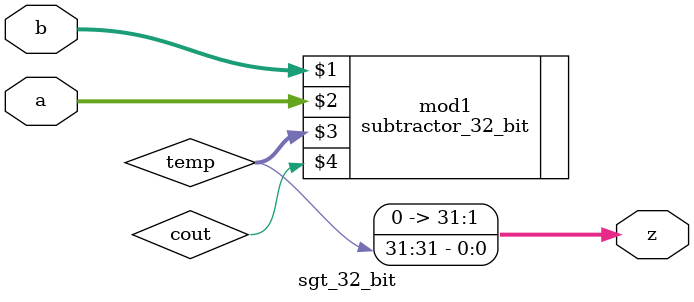
<source format=v>
`timescale 1ns / 1ps

module sgt_32_bit(a,b,z
);

input [31:0] a,b;
output [31:0] z;

wire  [31:0] temp;
wire  cout;
subtractor_32_bit mod1(b,a,temp,cout);

assign z[31:1] = 31'b0;
assign z[0] = temp[31];

endmodule

</source>
